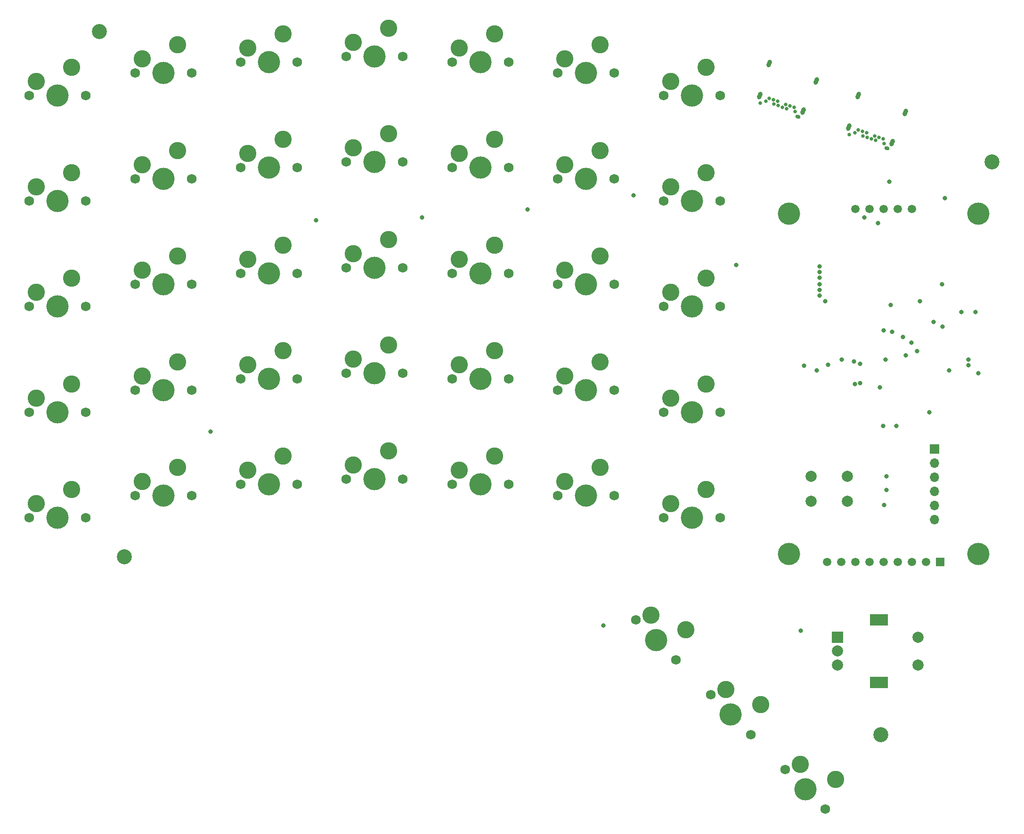
<source format=gbr>
%TF.GenerationSoftware,KiCad,Pcbnew,6.0.7-f9a2dced07~116~ubuntu20.04.1*%
%TF.CreationDate,2022-10-18T12:20:34-04:00*%
%TF.ProjectId,Splitboard-A,53706c69-7462-46f6-9172-642d412e6b69,rev?*%
%TF.SameCoordinates,Original*%
%TF.FileFunction,Soldermask,Top*%
%TF.FilePolarity,Negative*%
%FSLAX46Y46*%
G04 Gerber Fmt 4.6, Leading zero omitted, Abs format (unit mm)*
G04 Created by KiCad (PCBNEW 6.0.7-f9a2dced07~116~ubuntu20.04.1) date 2022-10-18 12:20:34*
%MOMM*%
%LPD*%
G01*
G04 APERTURE LIST*
G04 Aperture macros list*
%AMHorizOval*
0 Thick line with rounded ends*
0 $1 width*
0 $2 $3 position (X,Y) of the first rounded end (center of the circle)*
0 $4 $5 position (X,Y) of the second rounded end (center of the circle)*
0 Add line between two ends*
20,1,$1,$2,$3,$4,$5,0*
0 Add two circle primitives to create the rounded ends*
1,1,$1,$2,$3*
1,1,$1,$4,$5*%
G04 Aperture macros list end*
%ADD10C,0.650000*%
%ADD11HorizOval,0.650000X0.140954X-0.051303X-0.140954X0.051303X0*%
%ADD12HorizOval,0.800000X-0.102606X-0.281908X0.102606X0.281908X0*%
%ADD13C,1.750000*%
%ADD14C,4.000000*%
%ADD15C,3.100000*%
%ADD16R,1.700000X1.700000*%
%ADD17O,1.700000X1.700000*%
%ADD18C,2.000000*%
%ADD19R,3.200000X2.000000*%
%ADD20R,2.000000X2.000000*%
%ADD21C,2.700000*%
%ADD22R,1.500000X1.500000*%
%ADD23C,1.500000*%
%ADD24C,0.800000*%
G04 APERTURE END LIST*
D10*
%TO.C,J1*%
X231325899Y-41365787D03*
D11*
X238091686Y-43828332D03*
D10*
X237562245Y-42943916D03*
X237425782Y-42149323D03*
X236674028Y-41875707D03*
X236058736Y-42396684D03*
X235922273Y-41602091D03*
X235306982Y-42123068D03*
X234555228Y-41849452D03*
X234418765Y-41054859D03*
X233803474Y-41575835D03*
X233667011Y-40781243D03*
X232915257Y-40507626D03*
X232299966Y-41028603D03*
D12*
X241390557Y-37366943D03*
X239017248Y-42834987D03*
X232952117Y-34295603D03*
X231255387Y-40009901D03*
%TD*%
D13*
%TO.C,K28*%
X224080000Y-97000000D03*
D14*
X219000000Y-97000000D03*
D15*
X221540000Y-91920000D03*
D13*
X213920000Y-97000000D03*
D15*
X215190000Y-94460000D03*
%TD*%
D14*
%TO.C,K11*%
X162000000Y-52000000D03*
D13*
X156920000Y-52000000D03*
X167080000Y-52000000D03*
D15*
X164540000Y-46920000D03*
X158190000Y-49460000D03*
%TD*%
D14*
%TO.C,K33*%
X181000000Y-110000000D03*
D13*
X175920000Y-110000000D03*
D15*
X177190000Y-107460000D03*
X183540000Y-104920000D03*
D13*
X186080000Y-110000000D03*
%TD*%
%TO.C,K20*%
X205080000Y-74000000D03*
D14*
X200000000Y-74000000D03*
D15*
X196190000Y-71460000D03*
X202540000Y-68920000D03*
D13*
X194920000Y-74000000D03*
%TD*%
%TO.C,K13*%
X194920000Y-55000000D03*
D15*
X196190000Y-52460000D03*
D13*
X205080000Y-55000000D03*
D14*
X200000000Y-55000000D03*
D15*
X202540000Y-49920000D03*
%TD*%
%TO.C,K7*%
X215190000Y-37460000D03*
D13*
X224080000Y-40000000D03*
D15*
X221540000Y-34920000D03*
D14*
X219000000Y-40000000D03*
D13*
X213920000Y-40000000D03*
%TD*%
D14*
%TO.C,K17*%
X143000000Y-72000000D03*
D13*
X148080000Y-72000000D03*
D15*
X145540000Y-66920000D03*
X139190000Y-69460000D03*
D13*
X137920000Y-72000000D03*
%TD*%
D14*
%TO.C,K16*%
X124000000Y-74000000D03*
D15*
X120190000Y-71460000D03*
D13*
X129080000Y-74000000D03*
X118920000Y-74000000D03*
D15*
X126540000Y-68920000D03*
%TD*%
D13*
%TO.C,K37*%
X222407898Y-147803163D03*
D14*
X226000000Y-151395265D03*
D15*
X225101974Y-146905137D03*
D13*
X229592102Y-154987367D03*
D15*
X231388154Y-149599214D03*
%TD*%
D13*
%TO.C,K2*%
X129080000Y-36000000D03*
X118920000Y-36000000D03*
D14*
X124000000Y-36000000D03*
D15*
X126540000Y-30920000D03*
X120190000Y-33460000D03*
%TD*%
D13*
%TO.C,K38*%
X243027131Y-168422396D03*
D15*
X238537003Y-160340166D03*
D14*
X239435029Y-164830294D03*
D15*
X244823183Y-163034243D03*
D13*
X235842927Y-161238192D03*
%TD*%
D14*
%TO.C,K5*%
X181000000Y-34000000D03*
D15*
X177190000Y-31460000D03*
D13*
X186080000Y-34000000D03*
D15*
X183540000Y-28920000D03*
D13*
X175920000Y-34000000D03*
%TD*%
D16*
%TO.C,J3*%
X262625000Y-103650000D03*
D17*
X262625000Y-106190000D03*
X262625000Y-108730000D03*
X262625000Y-111270000D03*
X262625000Y-113810000D03*
X262625000Y-116350000D03*
%TD*%
D13*
%TO.C,K9*%
X118920000Y-55000000D03*
D15*
X120190000Y-52460000D03*
D13*
X129080000Y-55000000D03*
D15*
X126540000Y-49920000D03*
D14*
X124000000Y-55000000D03*
%TD*%
D13*
%TO.C,K32*%
X156920000Y-109000000D03*
D14*
X162000000Y-109000000D03*
D15*
X164540000Y-103920000D03*
D13*
X167080000Y-109000000D03*
D15*
X158190000Y-106460000D03*
%TD*%
D13*
%TO.C,K1*%
X110080000Y-40000000D03*
D14*
X105000000Y-40000000D03*
D15*
X101190000Y-37460000D03*
D13*
X99920000Y-40000000D03*
D15*
X107540000Y-34920000D03*
%TD*%
%TO.C,K26*%
X177190000Y-88460000D03*
D13*
X175920000Y-91000000D03*
D15*
X183540000Y-85920000D03*
D14*
X181000000Y-91000000D03*
D13*
X186080000Y-91000000D03*
%TD*%
D18*
%TO.C,SW1*%
X259675000Y-137475000D03*
X259675000Y-142475000D03*
D19*
X252675000Y-134375000D03*
X252675000Y-145575000D03*
D18*
X245175000Y-139975000D03*
X245175000Y-142475000D03*
D20*
X245175000Y-137475000D03*
%TD*%
D14*
%TO.C,K4*%
X162000000Y-33000000D03*
D15*
X158190000Y-30460000D03*
X164540000Y-27920000D03*
D13*
X167080000Y-33000000D03*
X156920000Y-33000000D03*
%TD*%
%TO.C,K34*%
X194920000Y-112000000D03*
D14*
X200000000Y-112000000D03*
D15*
X202540000Y-106920000D03*
X196190000Y-109460000D03*
D13*
X205080000Y-112000000D03*
%TD*%
D15*
%TO.C,K30*%
X126540000Y-106920000D03*
X120190000Y-109460000D03*
D13*
X129080000Y-112000000D03*
D14*
X124000000Y-112000000D03*
D13*
X118920000Y-112000000D03*
%TD*%
%TO.C,K14*%
X213920000Y-59000000D03*
D15*
X215190000Y-56460000D03*
D13*
X224080000Y-59000000D03*
D15*
X221540000Y-53920000D03*
D14*
X219000000Y-59000000D03*
%TD*%
D15*
%TO.C,K12*%
X177190000Y-50460000D03*
X183540000Y-47920000D03*
D13*
X186080000Y-53000000D03*
X175920000Y-53000000D03*
D14*
X181000000Y-53000000D03*
%TD*%
%TO.C,K22*%
X105000000Y-97000000D03*
D15*
X101190000Y-94460000D03*
D13*
X110080000Y-97000000D03*
X99920000Y-97000000D03*
D15*
X107540000Y-91920000D03*
%TD*%
D13*
%TO.C,K6*%
X205080000Y-36000000D03*
D14*
X200000000Y-36000000D03*
D13*
X194920000Y-36000000D03*
D15*
X196190000Y-33460000D03*
X202540000Y-30920000D03*
%TD*%
D13*
%TO.C,K8*%
X110080000Y-59000000D03*
D14*
X105000000Y-59000000D03*
D13*
X99920000Y-59000000D03*
D15*
X101190000Y-56460000D03*
X107540000Y-53920000D03*
%TD*%
%TO.C,K18*%
X164540000Y-65920000D03*
D13*
X156920000Y-71000000D03*
D14*
X162000000Y-71000000D03*
D15*
X158190000Y-68460000D03*
D13*
X167080000Y-71000000D03*
%TD*%
%TO.C,K15*%
X110080000Y-78000000D03*
D15*
X101190000Y-75460000D03*
D13*
X99920000Y-78000000D03*
D14*
X105000000Y-78000000D03*
D15*
X107540000Y-72920000D03*
%TD*%
D14*
%TO.C,K21*%
X219000000Y-78000000D03*
D15*
X215190000Y-75460000D03*
D13*
X224080000Y-78000000D03*
D15*
X221540000Y-72920000D03*
D13*
X213920000Y-78000000D03*
%TD*%
D15*
%TO.C,K19*%
X177190000Y-69460000D03*
X183540000Y-66920000D03*
D13*
X175920000Y-72000000D03*
D14*
X181000000Y-72000000D03*
D13*
X186080000Y-72000000D03*
%TD*%
D14*
%TO.C,K25*%
X162000000Y-90000000D03*
D15*
X164540000Y-84920000D03*
X158190000Y-87460000D03*
D13*
X167080000Y-90000000D03*
X156920000Y-90000000D03*
%TD*%
D15*
%TO.C,K10*%
X139190000Y-50460000D03*
D13*
X137920000Y-53000000D03*
D15*
X145540000Y-47920000D03*
D13*
X148080000Y-53000000D03*
D14*
X143000000Y-53000000D03*
%TD*%
D13*
%TO.C,K31*%
X137920000Y-110000000D03*
X148080000Y-110000000D03*
D14*
X143000000Y-110000000D03*
D15*
X145540000Y-104920000D03*
X139190000Y-107460000D03*
%TD*%
%TO.C,K23*%
X120190000Y-90460000D03*
X126540000Y-87920000D03*
D13*
X129080000Y-93000000D03*
D14*
X124000000Y-93000000D03*
D13*
X118920000Y-93000000D03*
%TD*%
%TO.C,K29*%
X99920000Y-116000000D03*
D14*
X105000000Y-116000000D03*
D15*
X101190000Y-113460000D03*
X107540000Y-110920000D03*
D13*
X110080000Y-116000000D03*
%TD*%
D15*
%TO.C,K24*%
X139190000Y-88460000D03*
D13*
X148080000Y-91000000D03*
D14*
X143000000Y-91000000D03*
D15*
X145540000Y-85920000D03*
D13*
X137920000Y-91000000D03*
%TD*%
%TO.C,K36*%
X216157073Y-141552338D03*
X208972869Y-134368134D03*
D15*
X211666945Y-133470108D03*
D14*
X212564971Y-137960236D03*
D15*
X217953125Y-136164185D03*
%TD*%
D13*
%TO.C,K35*%
X213920000Y-116000000D03*
D15*
X221540000Y-110920000D03*
D13*
X224080000Y-116000000D03*
D14*
X219000000Y-116000000D03*
D15*
X215190000Y-113460000D03*
%TD*%
%TO.C,K27*%
X202540000Y-87920000D03*
D14*
X200000000Y-93000000D03*
D13*
X194920000Y-93000000D03*
D15*
X196190000Y-90460000D03*
D13*
X205080000Y-93000000D03*
%TD*%
%TO.C,K3*%
X148080000Y-34000000D03*
D15*
X145540000Y-28920000D03*
D13*
X137920000Y-34000000D03*
D15*
X139190000Y-31460000D03*
D14*
X143000000Y-34000000D03*
%TD*%
D18*
%TO.C,SW2*%
X240500000Y-108500000D03*
X247000000Y-108500000D03*
X240500000Y-113000000D03*
X247000000Y-113000000D03*
%TD*%
D21*
%TO.C,H1*%
X273000000Y-52000000D03*
%TD*%
D14*
%TO.C,U2*%
X236450000Y-61257500D03*
X236450000Y-122457500D03*
X270550000Y-61257500D03*
X270550000Y-122457500D03*
D22*
X263660000Y-123957500D03*
D23*
X261120000Y-123957500D03*
X258580000Y-123957500D03*
X256040000Y-123957500D03*
X253500000Y-123957500D03*
X250960000Y-123957500D03*
X248420000Y-123957500D03*
X245880000Y-123957500D03*
X243340000Y-123957500D03*
X258580000Y-60437500D03*
X256040000Y-60437500D03*
X253500000Y-60437500D03*
X250960000Y-60437500D03*
X248420000Y-60437500D03*
%TD*%
D21*
%TO.C,H2*%
X112500000Y-28500000D03*
%TD*%
%TO.C,H3*%
X253000000Y-155000000D03*
%TD*%
%TO.C,H4*%
X117000000Y-123000000D03*
%TD*%
D11*
%TO.C,J2*%
X254091686Y-49528332D03*
D10*
X247325899Y-47065787D03*
X253562245Y-48643916D03*
X253425782Y-47849323D03*
X252674028Y-47575707D03*
X252058736Y-48096684D03*
X251922273Y-47302091D03*
X251306982Y-47823068D03*
X250555228Y-47549452D03*
X250418765Y-46754859D03*
X249803474Y-47275835D03*
X249667011Y-46481243D03*
X248915257Y-46207626D03*
X248299966Y-46728603D03*
D12*
X247255387Y-45709901D03*
X257390557Y-43066943D03*
X255017248Y-48534987D03*
X248952117Y-39995603D03*
%TD*%
D24*
X252800000Y-92500000D03*
X253800000Y-87500000D03*
X253400000Y-99500000D03*
X248200000Y-87900000D03*
X248318975Y-91915800D03*
X249300000Y-91724500D03*
X249300000Y-88275500D03*
X238600000Y-136300000D03*
X255775500Y-99500000D03*
X261724500Y-97000000D03*
X243000000Y-77000000D03*
X203138485Y-135361515D03*
X242000000Y-76000000D03*
X132500000Y-100500000D03*
X242000000Y-74999503D03*
X151500000Y-62500000D03*
X242000000Y-74000000D03*
X170500000Y-62000000D03*
X239200000Y-88600000D03*
X241500000Y-89500000D03*
X254000000Y-108500000D03*
X264000000Y-74000000D03*
X254500000Y-55500000D03*
X242000000Y-72774506D03*
X189500000Y-60500000D03*
X208500000Y-58000000D03*
X242000000Y-71775003D03*
X227000000Y-70500000D03*
X242000000Y-70775500D03*
X243500000Y-88500000D03*
X246000000Y-87500497D03*
X268775500Y-88549003D03*
X253600000Y-113700000D03*
X270500000Y-90000000D03*
X264500000Y-58500000D03*
X264107641Y-81607642D03*
X267500000Y-79000000D03*
X262500000Y-80775500D03*
X254000000Y-111000000D03*
X253500000Y-82300500D03*
X254775500Y-77724500D03*
X260000000Y-77000000D03*
X268775500Y-87549500D03*
X270000000Y-79000000D03*
X258500000Y-84500000D03*
X252500000Y-63000000D03*
X257000000Y-83500000D03*
X255000000Y-82500000D03*
X250000000Y-62000000D03*
X257500000Y-86724500D03*
X259500000Y-86000000D03*
X265224500Y-89500000D03*
M02*

</source>
